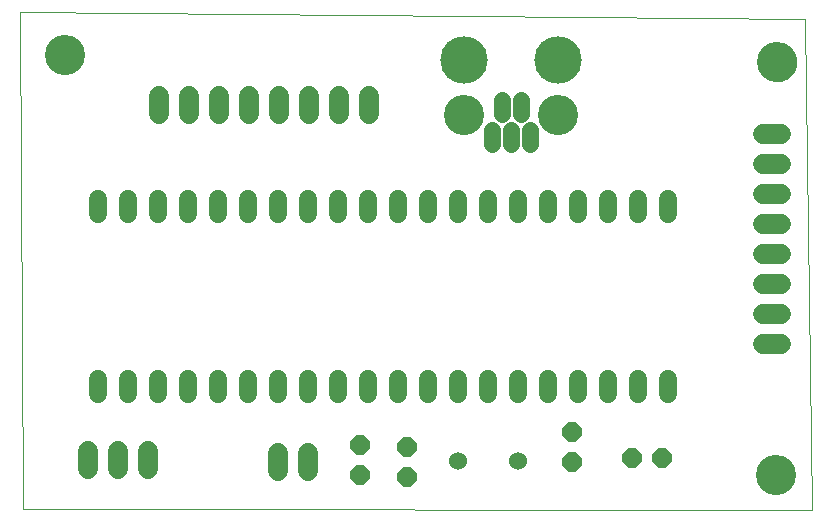
<source format=gbs>
G75*
%MOIN*%
%OFA0B0*%
%FSLAX25Y25*%
%IPPOS*%
%LPD*%
%AMOC8*
5,1,8,0,0,1.08239X$1,22.5*
%
%ADD10C,0.00000*%
%ADD11C,0.13398*%
%ADD12OC8,0.06400*%
%ADD13C,0.15800*%
%ADD14C,0.05556*%
%ADD15C,0.06000*%
%ADD16C,0.06800*%
%ADD17C,0.06000*%
%ADD18R,0.04762X0.04762*%
D10*
X0008584Y0005255D02*
X0007584Y0171031D01*
X0269321Y0168716D01*
X0271580Y0005125D01*
X0008584Y0005255D01*
X0016285Y0156755D02*
X0016287Y0156913D01*
X0016293Y0157071D01*
X0016303Y0157229D01*
X0016317Y0157387D01*
X0016335Y0157544D01*
X0016356Y0157701D01*
X0016382Y0157857D01*
X0016412Y0158013D01*
X0016445Y0158168D01*
X0016483Y0158321D01*
X0016524Y0158474D01*
X0016569Y0158626D01*
X0016618Y0158777D01*
X0016671Y0158926D01*
X0016727Y0159074D01*
X0016787Y0159220D01*
X0016851Y0159365D01*
X0016919Y0159508D01*
X0016990Y0159650D01*
X0017064Y0159790D01*
X0017142Y0159927D01*
X0017224Y0160063D01*
X0017308Y0160197D01*
X0017397Y0160328D01*
X0017488Y0160457D01*
X0017583Y0160584D01*
X0017680Y0160709D01*
X0017781Y0160831D01*
X0017885Y0160950D01*
X0017992Y0161067D01*
X0018102Y0161181D01*
X0018215Y0161292D01*
X0018330Y0161401D01*
X0018448Y0161506D01*
X0018569Y0161608D01*
X0018692Y0161708D01*
X0018818Y0161804D01*
X0018946Y0161897D01*
X0019076Y0161987D01*
X0019209Y0162073D01*
X0019344Y0162157D01*
X0019480Y0162236D01*
X0019619Y0162313D01*
X0019760Y0162385D01*
X0019902Y0162455D01*
X0020046Y0162520D01*
X0020192Y0162582D01*
X0020339Y0162640D01*
X0020488Y0162695D01*
X0020638Y0162746D01*
X0020789Y0162793D01*
X0020941Y0162836D01*
X0021094Y0162875D01*
X0021249Y0162911D01*
X0021404Y0162942D01*
X0021560Y0162970D01*
X0021716Y0162994D01*
X0021873Y0163014D01*
X0022031Y0163030D01*
X0022188Y0163042D01*
X0022347Y0163050D01*
X0022505Y0163054D01*
X0022663Y0163054D01*
X0022821Y0163050D01*
X0022980Y0163042D01*
X0023137Y0163030D01*
X0023295Y0163014D01*
X0023452Y0162994D01*
X0023608Y0162970D01*
X0023764Y0162942D01*
X0023919Y0162911D01*
X0024074Y0162875D01*
X0024227Y0162836D01*
X0024379Y0162793D01*
X0024530Y0162746D01*
X0024680Y0162695D01*
X0024829Y0162640D01*
X0024976Y0162582D01*
X0025122Y0162520D01*
X0025266Y0162455D01*
X0025408Y0162385D01*
X0025549Y0162313D01*
X0025688Y0162236D01*
X0025824Y0162157D01*
X0025959Y0162073D01*
X0026092Y0161987D01*
X0026222Y0161897D01*
X0026350Y0161804D01*
X0026476Y0161708D01*
X0026599Y0161608D01*
X0026720Y0161506D01*
X0026838Y0161401D01*
X0026953Y0161292D01*
X0027066Y0161181D01*
X0027176Y0161067D01*
X0027283Y0160950D01*
X0027387Y0160831D01*
X0027488Y0160709D01*
X0027585Y0160584D01*
X0027680Y0160457D01*
X0027771Y0160328D01*
X0027860Y0160197D01*
X0027944Y0160063D01*
X0028026Y0159927D01*
X0028104Y0159790D01*
X0028178Y0159650D01*
X0028249Y0159508D01*
X0028317Y0159365D01*
X0028381Y0159220D01*
X0028441Y0159074D01*
X0028497Y0158926D01*
X0028550Y0158777D01*
X0028599Y0158626D01*
X0028644Y0158474D01*
X0028685Y0158321D01*
X0028723Y0158168D01*
X0028756Y0158013D01*
X0028786Y0157857D01*
X0028812Y0157701D01*
X0028833Y0157544D01*
X0028851Y0157387D01*
X0028865Y0157229D01*
X0028875Y0157071D01*
X0028881Y0156913D01*
X0028883Y0156755D01*
X0028881Y0156597D01*
X0028875Y0156439D01*
X0028865Y0156281D01*
X0028851Y0156123D01*
X0028833Y0155966D01*
X0028812Y0155809D01*
X0028786Y0155653D01*
X0028756Y0155497D01*
X0028723Y0155342D01*
X0028685Y0155189D01*
X0028644Y0155036D01*
X0028599Y0154884D01*
X0028550Y0154733D01*
X0028497Y0154584D01*
X0028441Y0154436D01*
X0028381Y0154290D01*
X0028317Y0154145D01*
X0028249Y0154002D01*
X0028178Y0153860D01*
X0028104Y0153720D01*
X0028026Y0153583D01*
X0027944Y0153447D01*
X0027860Y0153313D01*
X0027771Y0153182D01*
X0027680Y0153053D01*
X0027585Y0152926D01*
X0027488Y0152801D01*
X0027387Y0152679D01*
X0027283Y0152560D01*
X0027176Y0152443D01*
X0027066Y0152329D01*
X0026953Y0152218D01*
X0026838Y0152109D01*
X0026720Y0152004D01*
X0026599Y0151902D01*
X0026476Y0151802D01*
X0026350Y0151706D01*
X0026222Y0151613D01*
X0026092Y0151523D01*
X0025959Y0151437D01*
X0025824Y0151353D01*
X0025688Y0151274D01*
X0025549Y0151197D01*
X0025408Y0151125D01*
X0025266Y0151055D01*
X0025122Y0150990D01*
X0024976Y0150928D01*
X0024829Y0150870D01*
X0024680Y0150815D01*
X0024530Y0150764D01*
X0024379Y0150717D01*
X0024227Y0150674D01*
X0024074Y0150635D01*
X0023919Y0150599D01*
X0023764Y0150568D01*
X0023608Y0150540D01*
X0023452Y0150516D01*
X0023295Y0150496D01*
X0023137Y0150480D01*
X0022980Y0150468D01*
X0022821Y0150460D01*
X0022663Y0150456D01*
X0022505Y0150456D01*
X0022347Y0150460D01*
X0022188Y0150468D01*
X0022031Y0150480D01*
X0021873Y0150496D01*
X0021716Y0150516D01*
X0021560Y0150540D01*
X0021404Y0150568D01*
X0021249Y0150599D01*
X0021094Y0150635D01*
X0020941Y0150674D01*
X0020789Y0150717D01*
X0020638Y0150764D01*
X0020488Y0150815D01*
X0020339Y0150870D01*
X0020192Y0150928D01*
X0020046Y0150990D01*
X0019902Y0151055D01*
X0019760Y0151125D01*
X0019619Y0151197D01*
X0019480Y0151274D01*
X0019344Y0151353D01*
X0019209Y0151437D01*
X0019076Y0151523D01*
X0018946Y0151613D01*
X0018818Y0151706D01*
X0018692Y0151802D01*
X0018569Y0151902D01*
X0018448Y0152004D01*
X0018330Y0152109D01*
X0018215Y0152218D01*
X0018102Y0152329D01*
X0017992Y0152443D01*
X0017885Y0152560D01*
X0017781Y0152679D01*
X0017680Y0152801D01*
X0017583Y0152926D01*
X0017488Y0153053D01*
X0017397Y0153182D01*
X0017308Y0153313D01*
X0017224Y0153447D01*
X0017142Y0153583D01*
X0017064Y0153720D01*
X0016990Y0153860D01*
X0016919Y0154002D01*
X0016851Y0154145D01*
X0016787Y0154290D01*
X0016727Y0154436D01*
X0016671Y0154584D01*
X0016618Y0154733D01*
X0016569Y0154884D01*
X0016524Y0155036D01*
X0016483Y0155189D01*
X0016445Y0155342D01*
X0016412Y0155497D01*
X0016382Y0155653D01*
X0016356Y0155809D01*
X0016335Y0155966D01*
X0016317Y0156123D01*
X0016303Y0156281D01*
X0016293Y0156439D01*
X0016287Y0156597D01*
X0016285Y0156755D01*
X0253285Y0016755D02*
X0253287Y0016913D01*
X0253293Y0017071D01*
X0253303Y0017229D01*
X0253317Y0017387D01*
X0253335Y0017544D01*
X0253356Y0017701D01*
X0253382Y0017857D01*
X0253412Y0018013D01*
X0253445Y0018168D01*
X0253483Y0018321D01*
X0253524Y0018474D01*
X0253569Y0018626D01*
X0253618Y0018777D01*
X0253671Y0018926D01*
X0253727Y0019074D01*
X0253787Y0019220D01*
X0253851Y0019365D01*
X0253919Y0019508D01*
X0253990Y0019650D01*
X0254064Y0019790D01*
X0254142Y0019927D01*
X0254224Y0020063D01*
X0254308Y0020197D01*
X0254397Y0020328D01*
X0254488Y0020457D01*
X0254583Y0020584D01*
X0254680Y0020709D01*
X0254781Y0020831D01*
X0254885Y0020950D01*
X0254992Y0021067D01*
X0255102Y0021181D01*
X0255215Y0021292D01*
X0255330Y0021401D01*
X0255448Y0021506D01*
X0255569Y0021608D01*
X0255692Y0021708D01*
X0255818Y0021804D01*
X0255946Y0021897D01*
X0256076Y0021987D01*
X0256209Y0022073D01*
X0256344Y0022157D01*
X0256480Y0022236D01*
X0256619Y0022313D01*
X0256760Y0022385D01*
X0256902Y0022455D01*
X0257046Y0022520D01*
X0257192Y0022582D01*
X0257339Y0022640D01*
X0257488Y0022695D01*
X0257638Y0022746D01*
X0257789Y0022793D01*
X0257941Y0022836D01*
X0258094Y0022875D01*
X0258249Y0022911D01*
X0258404Y0022942D01*
X0258560Y0022970D01*
X0258716Y0022994D01*
X0258873Y0023014D01*
X0259031Y0023030D01*
X0259188Y0023042D01*
X0259347Y0023050D01*
X0259505Y0023054D01*
X0259663Y0023054D01*
X0259821Y0023050D01*
X0259980Y0023042D01*
X0260137Y0023030D01*
X0260295Y0023014D01*
X0260452Y0022994D01*
X0260608Y0022970D01*
X0260764Y0022942D01*
X0260919Y0022911D01*
X0261074Y0022875D01*
X0261227Y0022836D01*
X0261379Y0022793D01*
X0261530Y0022746D01*
X0261680Y0022695D01*
X0261829Y0022640D01*
X0261976Y0022582D01*
X0262122Y0022520D01*
X0262266Y0022455D01*
X0262408Y0022385D01*
X0262549Y0022313D01*
X0262688Y0022236D01*
X0262824Y0022157D01*
X0262959Y0022073D01*
X0263092Y0021987D01*
X0263222Y0021897D01*
X0263350Y0021804D01*
X0263476Y0021708D01*
X0263599Y0021608D01*
X0263720Y0021506D01*
X0263838Y0021401D01*
X0263953Y0021292D01*
X0264066Y0021181D01*
X0264176Y0021067D01*
X0264283Y0020950D01*
X0264387Y0020831D01*
X0264488Y0020709D01*
X0264585Y0020584D01*
X0264680Y0020457D01*
X0264771Y0020328D01*
X0264860Y0020197D01*
X0264944Y0020063D01*
X0265026Y0019927D01*
X0265104Y0019790D01*
X0265178Y0019650D01*
X0265249Y0019508D01*
X0265317Y0019365D01*
X0265381Y0019220D01*
X0265441Y0019074D01*
X0265497Y0018926D01*
X0265550Y0018777D01*
X0265599Y0018626D01*
X0265644Y0018474D01*
X0265685Y0018321D01*
X0265723Y0018168D01*
X0265756Y0018013D01*
X0265786Y0017857D01*
X0265812Y0017701D01*
X0265833Y0017544D01*
X0265851Y0017387D01*
X0265865Y0017229D01*
X0265875Y0017071D01*
X0265881Y0016913D01*
X0265883Y0016755D01*
X0265881Y0016597D01*
X0265875Y0016439D01*
X0265865Y0016281D01*
X0265851Y0016123D01*
X0265833Y0015966D01*
X0265812Y0015809D01*
X0265786Y0015653D01*
X0265756Y0015497D01*
X0265723Y0015342D01*
X0265685Y0015189D01*
X0265644Y0015036D01*
X0265599Y0014884D01*
X0265550Y0014733D01*
X0265497Y0014584D01*
X0265441Y0014436D01*
X0265381Y0014290D01*
X0265317Y0014145D01*
X0265249Y0014002D01*
X0265178Y0013860D01*
X0265104Y0013720D01*
X0265026Y0013583D01*
X0264944Y0013447D01*
X0264860Y0013313D01*
X0264771Y0013182D01*
X0264680Y0013053D01*
X0264585Y0012926D01*
X0264488Y0012801D01*
X0264387Y0012679D01*
X0264283Y0012560D01*
X0264176Y0012443D01*
X0264066Y0012329D01*
X0263953Y0012218D01*
X0263838Y0012109D01*
X0263720Y0012004D01*
X0263599Y0011902D01*
X0263476Y0011802D01*
X0263350Y0011706D01*
X0263222Y0011613D01*
X0263092Y0011523D01*
X0262959Y0011437D01*
X0262824Y0011353D01*
X0262688Y0011274D01*
X0262549Y0011197D01*
X0262408Y0011125D01*
X0262266Y0011055D01*
X0262122Y0010990D01*
X0261976Y0010928D01*
X0261829Y0010870D01*
X0261680Y0010815D01*
X0261530Y0010764D01*
X0261379Y0010717D01*
X0261227Y0010674D01*
X0261074Y0010635D01*
X0260919Y0010599D01*
X0260764Y0010568D01*
X0260608Y0010540D01*
X0260452Y0010516D01*
X0260295Y0010496D01*
X0260137Y0010480D01*
X0259980Y0010468D01*
X0259821Y0010460D01*
X0259663Y0010456D01*
X0259505Y0010456D01*
X0259347Y0010460D01*
X0259188Y0010468D01*
X0259031Y0010480D01*
X0258873Y0010496D01*
X0258716Y0010516D01*
X0258560Y0010540D01*
X0258404Y0010568D01*
X0258249Y0010599D01*
X0258094Y0010635D01*
X0257941Y0010674D01*
X0257789Y0010717D01*
X0257638Y0010764D01*
X0257488Y0010815D01*
X0257339Y0010870D01*
X0257192Y0010928D01*
X0257046Y0010990D01*
X0256902Y0011055D01*
X0256760Y0011125D01*
X0256619Y0011197D01*
X0256480Y0011274D01*
X0256344Y0011353D01*
X0256209Y0011437D01*
X0256076Y0011523D01*
X0255946Y0011613D01*
X0255818Y0011706D01*
X0255692Y0011802D01*
X0255569Y0011902D01*
X0255448Y0012004D01*
X0255330Y0012109D01*
X0255215Y0012218D01*
X0255102Y0012329D01*
X0254992Y0012443D01*
X0254885Y0012560D01*
X0254781Y0012679D01*
X0254680Y0012801D01*
X0254583Y0012926D01*
X0254488Y0013053D01*
X0254397Y0013182D01*
X0254308Y0013313D01*
X0254224Y0013447D01*
X0254142Y0013583D01*
X0254064Y0013720D01*
X0253990Y0013860D01*
X0253919Y0014002D01*
X0253851Y0014145D01*
X0253787Y0014290D01*
X0253727Y0014436D01*
X0253671Y0014584D01*
X0253618Y0014733D01*
X0253569Y0014884D01*
X0253524Y0015036D01*
X0253483Y0015189D01*
X0253445Y0015342D01*
X0253412Y0015497D01*
X0253382Y0015653D01*
X0253356Y0015809D01*
X0253335Y0015966D01*
X0253317Y0016123D01*
X0253303Y0016281D01*
X0253293Y0016439D01*
X0253287Y0016597D01*
X0253285Y0016755D01*
X0253785Y0154255D02*
X0253787Y0154413D01*
X0253793Y0154571D01*
X0253803Y0154729D01*
X0253817Y0154887D01*
X0253835Y0155044D01*
X0253856Y0155201D01*
X0253882Y0155357D01*
X0253912Y0155513D01*
X0253945Y0155668D01*
X0253983Y0155821D01*
X0254024Y0155974D01*
X0254069Y0156126D01*
X0254118Y0156277D01*
X0254171Y0156426D01*
X0254227Y0156574D01*
X0254287Y0156720D01*
X0254351Y0156865D01*
X0254419Y0157008D01*
X0254490Y0157150D01*
X0254564Y0157290D01*
X0254642Y0157427D01*
X0254724Y0157563D01*
X0254808Y0157697D01*
X0254897Y0157828D01*
X0254988Y0157957D01*
X0255083Y0158084D01*
X0255180Y0158209D01*
X0255281Y0158331D01*
X0255385Y0158450D01*
X0255492Y0158567D01*
X0255602Y0158681D01*
X0255715Y0158792D01*
X0255830Y0158901D01*
X0255948Y0159006D01*
X0256069Y0159108D01*
X0256192Y0159208D01*
X0256318Y0159304D01*
X0256446Y0159397D01*
X0256576Y0159487D01*
X0256709Y0159573D01*
X0256844Y0159657D01*
X0256980Y0159736D01*
X0257119Y0159813D01*
X0257260Y0159885D01*
X0257402Y0159955D01*
X0257546Y0160020D01*
X0257692Y0160082D01*
X0257839Y0160140D01*
X0257988Y0160195D01*
X0258138Y0160246D01*
X0258289Y0160293D01*
X0258441Y0160336D01*
X0258594Y0160375D01*
X0258749Y0160411D01*
X0258904Y0160442D01*
X0259060Y0160470D01*
X0259216Y0160494D01*
X0259373Y0160514D01*
X0259531Y0160530D01*
X0259688Y0160542D01*
X0259847Y0160550D01*
X0260005Y0160554D01*
X0260163Y0160554D01*
X0260321Y0160550D01*
X0260480Y0160542D01*
X0260637Y0160530D01*
X0260795Y0160514D01*
X0260952Y0160494D01*
X0261108Y0160470D01*
X0261264Y0160442D01*
X0261419Y0160411D01*
X0261574Y0160375D01*
X0261727Y0160336D01*
X0261879Y0160293D01*
X0262030Y0160246D01*
X0262180Y0160195D01*
X0262329Y0160140D01*
X0262476Y0160082D01*
X0262622Y0160020D01*
X0262766Y0159955D01*
X0262908Y0159885D01*
X0263049Y0159813D01*
X0263188Y0159736D01*
X0263324Y0159657D01*
X0263459Y0159573D01*
X0263592Y0159487D01*
X0263722Y0159397D01*
X0263850Y0159304D01*
X0263976Y0159208D01*
X0264099Y0159108D01*
X0264220Y0159006D01*
X0264338Y0158901D01*
X0264453Y0158792D01*
X0264566Y0158681D01*
X0264676Y0158567D01*
X0264783Y0158450D01*
X0264887Y0158331D01*
X0264988Y0158209D01*
X0265085Y0158084D01*
X0265180Y0157957D01*
X0265271Y0157828D01*
X0265360Y0157697D01*
X0265444Y0157563D01*
X0265526Y0157427D01*
X0265604Y0157290D01*
X0265678Y0157150D01*
X0265749Y0157008D01*
X0265817Y0156865D01*
X0265881Y0156720D01*
X0265941Y0156574D01*
X0265997Y0156426D01*
X0266050Y0156277D01*
X0266099Y0156126D01*
X0266144Y0155974D01*
X0266185Y0155821D01*
X0266223Y0155668D01*
X0266256Y0155513D01*
X0266286Y0155357D01*
X0266312Y0155201D01*
X0266333Y0155044D01*
X0266351Y0154887D01*
X0266365Y0154729D01*
X0266375Y0154571D01*
X0266381Y0154413D01*
X0266383Y0154255D01*
X0266381Y0154097D01*
X0266375Y0153939D01*
X0266365Y0153781D01*
X0266351Y0153623D01*
X0266333Y0153466D01*
X0266312Y0153309D01*
X0266286Y0153153D01*
X0266256Y0152997D01*
X0266223Y0152842D01*
X0266185Y0152689D01*
X0266144Y0152536D01*
X0266099Y0152384D01*
X0266050Y0152233D01*
X0265997Y0152084D01*
X0265941Y0151936D01*
X0265881Y0151790D01*
X0265817Y0151645D01*
X0265749Y0151502D01*
X0265678Y0151360D01*
X0265604Y0151220D01*
X0265526Y0151083D01*
X0265444Y0150947D01*
X0265360Y0150813D01*
X0265271Y0150682D01*
X0265180Y0150553D01*
X0265085Y0150426D01*
X0264988Y0150301D01*
X0264887Y0150179D01*
X0264783Y0150060D01*
X0264676Y0149943D01*
X0264566Y0149829D01*
X0264453Y0149718D01*
X0264338Y0149609D01*
X0264220Y0149504D01*
X0264099Y0149402D01*
X0263976Y0149302D01*
X0263850Y0149206D01*
X0263722Y0149113D01*
X0263592Y0149023D01*
X0263459Y0148937D01*
X0263324Y0148853D01*
X0263188Y0148774D01*
X0263049Y0148697D01*
X0262908Y0148625D01*
X0262766Y0148555D01*
X0262622Y0148490D01*
X0262476Y0148428D01*
X0262329Y0148370D01*
X0262180Y0148315D01*
X0262030Y0148264D01*
X0261879Y0148217D01*
X0261727Y0148174D01*
X0261574Y0148135D01*
X0261419Y0148099D01*
X0261264Y0148068D01*
X0261108Y0148040D01*
X0260952Y0148016D01*
X0260795Y0147996D01*
X0260637Y0147980D01*
X0260480Y0147968D01*
X0260321Y0147960D01*
X0260163Y0147956D01*
X0260005Y0147956D01*
X0259847Y0147960D01*
X0259688Y0147968D01*
X0259531Y0147980D01*
X0259373Y0147996D01*
X0259216Y0148016D01*
X0259060Y0148040D01*
X0258904Y0148068D01*
X0258749Y0148099D01*
X0258594Y0148135D01*
X0258441Y0148174D01*
X0258289Y0148217D01*
X0258138Y0148264D01*
X0257988Y0148315D01*
X0257839Y0148370D01*
X0257692Y0148428D01*
X0257546Y0148490D01*
X0257402Y0148555D01*
X0257260Y0148625D01*
X0257119Y0148697D01*
X0256980Y0148774D01*
X0256844Y0148853D01*
X0256709Y0148937D01*
X0256576Y0149023D01*
X0256446Y0149113D01*
X0256318Y0149206D01*
X0256192Y0149302D01*
X0256069Y0149402D01*
X0255948Y0149504D01*
X0255830Y0149609D01*
X0255715Y0149718D01*
X0255602Y0149829D01*
X0255492Y0149943D01*
X0255385Y0150060D01*
X0255281Y0150179D01*
X0255180Y0150301D01*
X0255083Y0150426D01*
X0254988Y0150553D01*
X0254897Y0150682D01*
X0254808Y0150813D01*
X0254724Y0150947D01*
X0254642Y0151083D01*
X0254564Y0151220D01*
X0254490Y0151360D01*
X0254419Y0151502D01*
X0254351Y0151645D01*
X0254287Y0151790D01*
X0254227Y0151936D01*
X0254171Y0152084D01*
X0254118Y0152233D01*
X0254069Y0152384D01*
X0254024Y0152536D01*
X0253983Y0152689D01*
X0253945Y0152842D01*
X0253912Y0152997D01*
X0253882Y0153153D01*
X0253856Y0153309D01*
X0253835Y0153466D01*
X0253817Y0153623D01*
X0253803Y0153781D01*
X0253793Y0153939D01*
X0253787Y0154097D01*
X0253785Y0154255D01*
D11*
X0260084Y0154255D03*
X0187128Y0136527D03*
X0155632Y0136527D03*
X0022584Y0156755D03*
X0259584Y0016755D03*
D12*
X0221769Y0022330D03*
X0211769Y0022330D03*
X0191584Y0021070D03*
X0191584Y0031070D03*
X0136584Y0026070D03*
X0136584Y0016070D03*
X0120974Y0016700D03*
X0120974Y0026700D03*
D13*
X0155632Y0155031D03*
X0187128Y0155031D03*
D14*
X0174529Y0141676D02*
X0174529Y0136920D01*
X0168230Y0136920D02*
X0168230Y0141676D01*
X0165080Y0131802D02*
X0165080Y0127046D01*
X0171380Y0127046D02*
X0171380Y0131802D01*
X0177679Y0131802D02*
X0177679Y0127046D01*
D15*
X0173545Y0108780D02*
X0173545Y0103580D01*
X0163545Y0103580D02*
X0163545Y0108780D01*
X0153545Y0108780D02*
X0153545Y0103580D01*
X0143545Y0103580D02*
X0143545Y0108780D01*
X0133545Y0108780D02*
X0133545Y0103580D01*
X0123545Y0103580D02*
X0123545Y0108780D01*
X0113545Y0108780D02*
X0113545Y0103580D01*
X0103545Y0103580D02*
X0103545Y0108780D01*
X0093545Y0108780D02*
X0093545Y0103580D01*
X0083545Y0103580D02*
X0083545Y0108780D01*
X0073545Y0108780D02*
X0073545Y0103580D01*
X0063545Y0103580D02*
X0063545Y0108780D01*
X0053545Y0108780D02*
X0053545Y0103580D01*
X0043545Y0103580D02*
X0043545Y0108780D01*
X0033545Y0108780D02*
X0033545Y0103580D01*
X0033545Y0048780D02*
X0033545Y0043580D01*
X0043545Y0043580D02*
X0043545Y0048780D01*
X0053545Y0048780D02*
X0053545Y0043580D01*
X0063545Y0043580D02*
X0063545Y0048780D01*
X0073545Y0048780D02*
X0073545Y0043580D01*
X0083545Y0043580D02*
X0083545Y0048780D01*
X0093545Y0048780D02*
X0093545Y0043580D01*
X0103545Y0043580D02*
X0103545Y0048780D01*
X0113545Y0048780D02*
X0113545Y0043580D01*
X0123545Y0043580D02*
X0123545Y0048780D01*
X0133545Y0048780D02*
X0133545Y0043580D01*
X0143545Y0043580D02*
X0143545Y0048780D01*
X0153545Y0048780D02*
X0153545Y0043580D01*
X0163545Y0043580D02*
X0163545Y0048780D01*
X0173545Y0048780D02*
X0173545Y0043580D01*
X0183545Y0043580D02*
X0183545Y0048780D01*
X0193545Y0048780D02*
X0193545Y0043580D01*
X0203545Y0043580D02*
X0203545Y0048780D01*
X0213545Y0048780D02*
X0213545Y0043580D01*
X0223545Y0043580D02*
X0223545Y0048780D01*
X0223545Y0103580D02*
X0223545Y0108780D01*
X0213545Y0108780D02*
X0213545Y0103580D01*
X0203545Y0103580D02*
X0203545Y0108780D01*
X0193545Y0108780D02*
X0193545Y0103580D01*
X0183545Y0103580D02*
X0183545Y0108780D01*
D16*
X0123899Y0136901D02*
X0123899Y0142901D01*
X0113899Y0142901D02*
X0113899Y0136901D01*
X0103899Y0136901D02*
X0103899Y0142901D01*
X0093899Y0142901D02*
X0093899Y0136901D01*
X0083899Y0136901D02*
X0083899Y0142901D01*
X0073899Y0142901D02*
X0073899Y0136901D01*
X0063899Y0136901D02*
X0063899Y0142901D01*
X0053899Y0142901D02*
X0053899Y0136901D01*
X0050324Y0024550D02*
X0050324Y0018550D01*
X0040324Y0018550D02*
X0040324Y0024550D01*
X0030324Y0024550D02*
X0030324Y0018550D01*
X0093529Y0018125D02*
X0093529Y0024125D01*
X0103529Y0024125D02*
X0103529Y0018125D01*
X0255250Y0060196D02*
X0261250Y0060196D01*
X0261250Y0070196D02*
X0255250Y0070196D01*
X0255250Y0080196D02*
X0261250Y0080196D01*
X0261250Y0090196D02*
X0255250Y0090196D01*
X0255250Y0100196D02*
X0261250Y0100196D01*
X0261250Y0110196D02*
X0255250Y0110196D01*
X0255250Y0120196D02*
X0261250Y0120196D01*
X0261250Y0130196D02*
X0255250Y0130196D01*
D17*
X0173584Y0021200D03*
X0153584Y0021200D03*
D18*
X0133545Y0046180D03*
M02*

</source>
